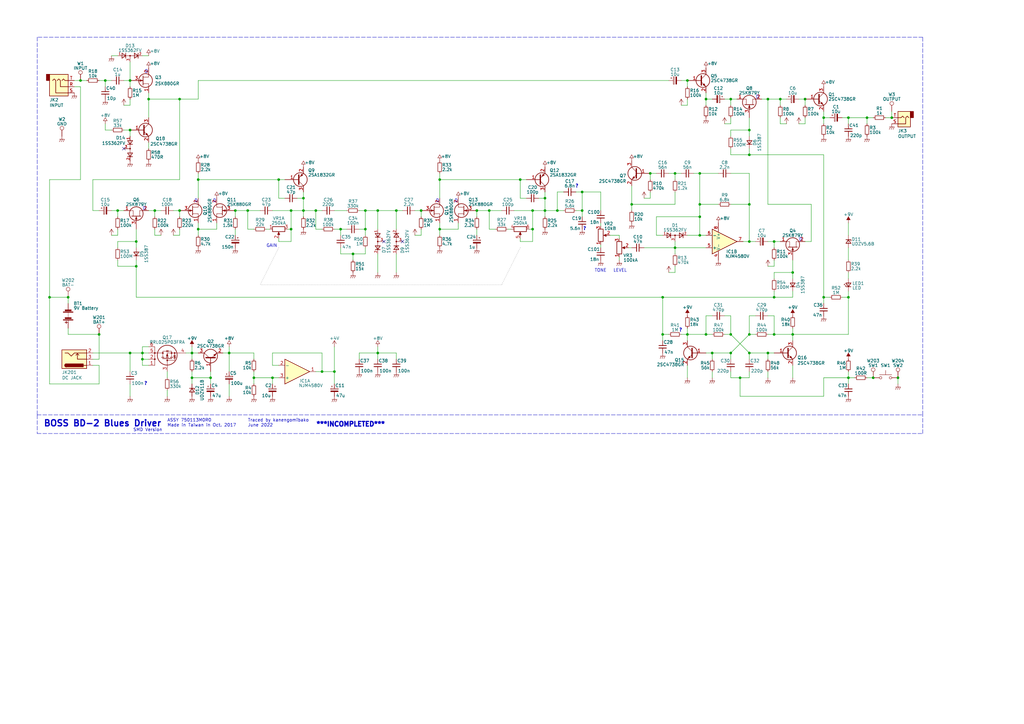
<source format=kicad_sch>
(kicad_sch (version 20211123) (generator eeschema)
  (paper "A3")
  (junction (at 292.1 144.78))
  (junction (at 299.72 137.16))
  (junction (at 162.56 86.36))
  (junction (at 228.6 86.36))
  (junction (at 337.82 48.26))
  (junction (at 48.26 86.36))
  (junction (at 287.02 83.82))
  (junction (at 124.46 86.36))
  (junction (at 81.28 73.66))
  (junction (at 73.66 40.64))
  (junction (at 53.34 33.02))
  (junction (at 223.52 86.36))
  (junction (at 104.14 154.94))
  (junction (at 281.94 137.16))
  (junction (at 172.72 86.36))
  (junction (at 299.72 144.78))
  (junction (at 63.5 86.36))
  (junction (at 58.42 144.78))
  (junction (at 276.86 71.12))
  (junction (at 137.16 152.4))
  (junction (at 307.34 53.34))
  (junction (at 223.52 81.28))
  (junction (at 337.82 121.92))
  (junction (at 303.53 154.94))
  (junction (at 124.46 81.28))
  (junction (at 325.12 111.76))
  (junction (at 287.02 88.9))
  (junction (at 33.02 33.02))
  (junction (at 43.18 33.02))
  (junction (at 276.86 101.6))
  (junction (at 20.32 121.92))
  (junction (at 238.76 86.36))
  (junction (at 299.72 40.64))
  (junction (at 58.42 147.32))
  (junction (at 307.34 99.06))
  (junction (at 119.38 93.98))
  (junction (at 320.04 40.64))
  (junction (at 154.94 86.36))
  (junction (at 317.5 137.16))
  (junction (at 307.34 144.78))
  (junction (at 180.34 93.98))
  (junction (at 86.36 154.94))
  (junction (at 307.34 83.82))
  (junction (at 139.7 93.98))
  (junction (at 365.76 48.26))
  (junction (at 266.7 71.12))
  (junction (at 347.98 48.26))
  (junction (at 281.94 33.02))
  (junction (at 101.6 86.36))
  (junction (at 132.08 152.4))
  (junction (at 27.94 121.92))
  (junction (at 55.88 109.22))
  (junction (at 271.78 121.92))
  (junction (at 53.34 144.78))
  (junction (at 347.98 121.92))
  (junction (at 144.78 104.14))
  (junction (at 330.2 40.64))
  (junction (at 289.56 137.16))
  (junction (at 218.44 86.36))
  (junction (at 114.3 73.66))
  (junction (at 358.14 154.94))
  (junction (at 111.76 154.94))
  (junction (at 73.66 86.36))
  (junction (at 154.94 144.78))
  (junction (at 93.98 144.78))
  (junction (at 218.44 93.98))
  (junction (at 149.86 93.98))
  (junction (at 78.74 144.78))
  (junction (at 287.02 71.12))
  (junction (at 347.98 154.94))
  (junction (at 129.54 86.36))
  (junction (at 213.36 73.66))
  (junction (at 180.34 73.66))
  (junction (at 40.64 137.16))
  (junction (at 287.02 96.52))
  (junction (at 55.88 99.06))
  (junction (at 60.96 40.64))
  (junction (at 53.34 53.34))
  (junction (at 325.12 137.16))
  (junction (at 289.56 40.64))
  (junction (at 81.28 93.98))
  (junction (at 314.96 144.78))
  (junction (at 78.74 154.94))
  (junction (at 307.34 63.5))
  (junction (at 119.38 86.36))
  (junction (at 307.34 137.16))
  (junction (at 200.66 86.36))
  (junction (at 195.58 86.36))
  (junction (at 355.6 48.26))
  (junction (at 259.08 83.82))
  (junction (at 317.5 99.06))
  (junction (at 271.78 137.16))
  (junction (at 317.5 121.92))
  (junction (at 368.3 154.94))
  (junction (at 314.96 40.64))
  (junction (at 149.86 86.36))
  (junction (at 238.76 78.74))
  (junction (at 96.52 86.36))
  (no_connect (at 50.8 60.96))
  (no_connect (at 157.48 99.06))
  (no_connect (at 165.1 99.06))
  (wire (pts (xy 289.56 137.16) (xy 281.94 137.16)))
  (wire (pts (xy 299.72 71.12) (xy 307.34 71.12)))
  (wire (pts (xy 55.88 99.06) (xy 55.88 101.6)))
  (wire (pts (xy 114.3 99.06) (xy 119.38 99.06)))
  (wire (pts (xy 220.98 81.28) (xy 223.52 81.28)))
  (wire (pts (xy 276.86 109.22) (xy 276.86 111.76)))
  (wire (pts (xy 187.96 93.98) (xy 187.96 91.44)))
  (wire (pts (xy 228.6 78.74) (xy 231.14 78.74)))
  (wire (pts (xy 289.56 40.64) (xy 292.1 40.64)))
  (wire (pts (xy 307.34 53.34) (xy 307.34 48.26)))
  (wire (pts (xy 20.32 73.66) (xy 33.02 73.66)))
  (wire (pts (xy 254 96.52) (xy 254 97.79)))
  (wire (pts (xy 307.34 60.96) (xy 307.34 63.5)))
  (wire (pts (xy 195.58 86.36) (xy 200.66 86.36)))
  (wire (pts (xy 292.1 137.16) (xy 289.56 137.16)))
  (wire (pts (xy 114.3 73.66) (xy 116.84 73.66)))
  (wire (pts (xy 60.96 149.86) (xy 58.42 149.86)))
  (wire (pts (xy 317.5 129.54) (xy 317.5 137.16)))
  (wire (pts (xy 93.98 157.48) (xy 93.98 162.56)))
  (wire (pts (xy 78.74 154.94) (xy 78.74 157.48)))
  (wire (pts (xy 297.18 137.16) (xy 299.72 137.16)))
  (wire (pts (xy 68.58 160.02) (xy 68.58 162.56)))
  (wire (pts (xy 60.96 22.86) (xy 58.42 22.86)))
  (wire (pts (xy 53.34 25.4) (xy 53.34 33.02)))
  (wire (pts (xy 368.3 157.48) (xy 368.3 154.94)))
  (wire (pts (xy 73.66 93.98) (xy 73.66 96.52)))
  (wire (pts (xy 340.36 121.92) (xy 337.82 121.92)))
  (wire (pts (xy 299.72 129.54) (xy 297.18 129.54)))
  (wire (pts (xy 139.7 101.6) (xy 139.7 104.14)))
  (wire (pts (xy 297.18 50.8) (xy 299.72 50.8)))
  (wire (pts (xy 246.38 78.74) (xy 246.38 86.36)))
  (wire (pts (xy 170.18 96.52) (xy 172.72 96.52)))
  (wire (pts (xy 284.48 71.12) (xy 287.02 71.12)))
  (wire (pts (xy 81.28 33.02) (xy 274.32 33.02)))
  (wire (pts (xy 287.02 83.82) (xy 287.02 88.9)))
  (wire (pts (xy 337.82 162.56) (xy 337.82 154.94)))
  (wire (pts (xy 30.48 35.56) (xy 33.02 35.56)))
  (wire (pts (xy 287.02 71.12) (xy 287.02 83.82)))
  (wire (pts (xy 299.72 53.34) (xy 307.34 53.34)))
  (wire (pts (xy 299.72 40.64) (xy 302.26 40.64)))
  (wire (pts (xy 355.6 48.26) (xy 358.14 48.26)))
  (wire (pts (xy 162.56 144.78) (xy 154.94 144.78)))
  (wire (pts (xy 289.56 40.64) (xy 289.56 43.18)))
  (wire (pts (xy 121.92 81.28) (xy 124.46 81.28)))
  (wire (pts (xy 257.81 101.6) (xy 259.08 101.6)))
  (wire (pts (xy 86.36 154.94) (xy 86.36 157.48)))
  (wire (pts (xy 58.42 142.24) (xy 58.42 144.78)))
  (wire (pts (xy 53.34 157.48) (xy 53.34 162.56)))
  (wire (pts (xy 162.56 86.36) (xy 162.56 93.98)))
  (wire (pts (xy 96.52 86.36) (xy 101.6 86.36)))
  (wire (pts (xy 238.76 78.74) (xy 246.38 78.74)))
  (wire (pts (xy 307.34 53.34) (xy 307.34 55.88)))
  (wire (pts (xy 363.22 48.26) (xy 365.76 48.26)))
  (wire (pts (xy 78.74 144.78) (xy 81.28 144.78)))
  (wire (pts (xy 48.26 101.6) (xy 48.26 99.06)))
  (wire (pts (xy 266.7 71.12) (xy 269.24 71.12)))
  (wire (pts (xy 124.46 81.28) (xy 124.46 86.36)))
  (wire (pts (xy 347.98 91.44) (xy 347.98 96.52)))
  (wire (pts (xy 289.56 38.1) (xy 289.56 40.64)))
  (wire (pts (xy 195.58 86.36) (xy 195.58 88.9)))
  (wire (pts (xy 246.38 100.33) (xy 246.38 101.6)))
  (wire (pts (xy 299.72 60.96) (xy 299.72 63.5)))
  (wire (pts (xy 58.42 144.78) (xy 60.96 144.78)))
  (wire (pts (xy 30.48 33.02) (xy 33.02 33.02)))
  (wire (pts (xy 200.66 86.36) (xy 205.74 86.36)))
  (polyline (pts (xy 378.46 170.18) (xy 378.46 15.24)))
  (wire (pts (xy 274.32 111.76) (xy 276.86 111.76)))
  (wire (pts (xy 266.7 71.12) (xy 266.7 73.66)))
  (wire (pts (xy 20.32 121.92) (xy 27.94 121.92)))
  (wire (pts (xy 238.76 86.36) (xy 238.76 88.9)))
  (wire (pts (xy 111.76 149.86) (xy 111.76 144.78)))
  (wire (pts (xy 299.72 137.16) (xy 299.72 129.54)))
  (wire (pts (xy 292.1 147.32) (xy 292.1 144.78)))
  (wire (pts (xy 271.78 139.7) (xy 271.78 137.16)))
  (wire (pts (xy 299.72 83.82) (xy 307.34 83.82)))
  (wire (pts (xy 55.88 93.98) (xy 55.88 99.06)))
  (wire (pts (xy 38.1 86.36) (xy 40.64 86.36)))
  (wire (pts (xy 259.08 83.82) (xy 259.08 86.36)))
  (wire (pts (xy 287.02 96.52) (xy 289.56 96.52)))
  (wire (pts (xy 68.58 152.4) (xy 68.58 154.94)))
  (polyline (pts (xy 378.46 15.24) (xy 15.24 15.24)))
  (wire (pts (xy 154.94 144.78) (xy 147.32 144.78)))
  (wire (pts (xy 299.72 55.88) (xy 299.72 53.34)))
  (wire (pts (xy 88.9 93.98) (xy 88.9 91.44)))
  (wire (pts (xy 320.04 43.18) (xy 320.04 40.64)))
  (wire (pts (xy 81.28 91.44) (xy 81.28 93.98)))
  (wire (pts (xy 73.66 73.66) (xy 38.1 73.66)))
  (wire (pts (xy 48.26 106.68) (xy 48.26 109.22)))
  (wire (pts (xy 147.32 86.36) (xy 149.86 86.36)))
  (wire (pts (xy 38.1 144.78) (xy 53.34 144.78)))
  (wire (pts (xy 307.34 71.12) (xy 307.34 83.82)))
  (wire (pts (xy 358.14 154.94) (xy 355.6 154.94)))
  (wire (pts (xy 101.6 86.36) (xy 101.6 93.98)))
  (wire (pts (xy 320.04 40.64) (xy 322.58 40.64)))
  (wire (pts (xy 213.36 99.06) (xy 218.44 99.06)))
  (wire (pts (xy 337.82 48.26) (xy 337.82 50.8)))
  (wire (pts (xy 180.34 93.98) (xy 187.96 93.98)))
  (wire (pts (xy 264.16 81.28) (xy 266.7 81.28)))
  (wire (pts (xy 287.02 96.52) (xy 281.94 96.52)))
  (wire (pts (xy 238.76 78.74) (xy 238.76 86.36)))
  (wire (pts (xy 91.44 144.78) (xy 93.98 144.78)))
  (wire (pts (xy 162.56 147.32) (xy 162.56 144.78)))
  (wire (pts (xy 213.36 73.66) (xy 213.36 81.28)))
  (wire (pts (xy 162.56 104.14) (xy 162.56 111.76)))
  (wire (pts (xy 147.32 147.32) (xy 147.32 144.78)))
  (wire (pts (xy 330.2 99.06) (xy 332.74 99.06)))
  (wire (pts (xy 254 105.41) (xy 254 106.68)))
  (wire (pts (xy 347.98 101.6) (xy 347.98 106.68)))
  (wire (pts (xy 48.26 86.36) (xy 50.8 86.36)))
  (wire (pts (xy 137.16 152.4) (xy 137.16 157.48)))
  (wire (pts (xy 144.78 104.14) (xy 149.86 104.14)))
  (wire (pts (xy 40.64 137.16) (xy 40.64 147.32)))
  (wire (pts (xy 314.96 40.64) (xy 320.04 40.64)))
  (wire (pts (xy 281.94 149.86) (xy 281.94 154.94)))
  (wire (pts (xy 81.28 71.12) (xy 81.28 73.66)))
  (wire (pts (xy 271.78 137.16) (xy 274.32 137.16)))
  (wire (pts (xy 309.88 137.16) (xy 307.34 137.16)))
  (wire (pts (xy 314.96 83.82) (xy 332.74 83.82)))
  (wire (pts (xy 132.08 86.36) (xy 129.54 86.36)))
  (wire (pts (xy 53.34 144.78) (xy 53.34 152.4)))
  (wire (pts (xy 43.18 53.34) (xy 45.72 53.34)))
  (polyline (pts (xy 15.24 170.18) (xy 378.46 170.18)))
  (wire (pts (xy 345.44 48.26) (xy 347.98 48.26)))
  (wire (pts (xy 119.38 86.36) (xy 124.46 86.36)))
  (wire (pts (xy 124.46 78.74) (xy 124.46 81.28)))
  (wire (pts (xy 172.72 93.98) (xy 172.72 96.52)))
  (wire (pts (xy 271.78 137.16) (xy 271.78 121.92)))
  (wire (pts (xy 217.17 93.98) (xy 218.44 93.98)))
  (wire (pts (xy 304.8 99.06) (xy 307.34 99.06)))
  (wire (pts (xy 299.72 144.78) (xy 299.72 147.32)))
  (polyline (pts (xy 205.74 116.84) (xy 106.68 116.84)) (stroke (width 0) (type dot) (color 72 72 72 1)))
  (wire (pts (xy 66.04 96.52) (xy 63.5 96.52)))
  (wire (pts (xy 314.96 109.22) (xy 317.5 109.22)))
  (wire (pts (xy 86.36 152.4) (xy 86.36 154.94)))
  (wire (pts (xy 81.28 93.98) (xy 88.9 93.98)))
  (wire (pts (xy 287.02 88.9) (xy 287.02 96.52)))
  (wire (pts (xy 149.86 86.36) (xy 149.86 93.98)))
  (wire (pts (xy 208.28 93.98) (xy 209.55 93.98)))
  (wire (pts (xy 327.66 50.8) (xy 330.2 50.8)))
  (wire (pts (xy 337.82 48.26) (xy 340.36 48.26)))
  (wire (pts (xy 307.34 63.5) (xy 337.82 63.5)))
  (wire (pts (xy 228.6 86.36) (xy 231.14 86.36)))
  (wire (pts (xy 139.7 104.14) (xy 144.78 104.14)))
  (wire (pts (xy 60.96 86.36) (xy 63.5 86.36)))
  (wire (pts (xy 347.98 154.94) (xy 347.98 152.4)))
  (wire (pts (xy 317.5 137.16) (xy 325.12 137.16)))
  (wire (pts (xy 223.52 81.28) (xy 223.52 86.36)))
  (wire (pts (xy 55.88 109.22) (xy 55.88 106.68)))
  (wire (pts (xy 325.12 111.76) (xy 325.12 106.68)))
  (wire (pts (xy 139.7 93.98) (xy 142.24 93.98)))
  (wire (pts (xy 299.72 137.16) (xy 307.34 144.78)))
  (wire (pts (xy 347.98 154.94) (xy 347.98 157.48)))
  (wire (pts (xy 271.78 121.92) (xy 55.88 121.92)))
  (wire (pts (xy 48.26 109.22) (xy 55.88 109.22)))
  (wire (pts (xy 292.1 144.78) (xy 299.72 144.78)))
  (wire (pts (xy 71.12 86.36) (xy 73.66 86.36)))
  (wire (pts (xy 118.11 93.98) (xy 119.38 93.98)))
  (wire (pts (xy 20.32 121.92) (xy 20.32 157.48)))
  (wire (pts (xy 76.2 144.78) (xy 78.74 144.78)))
  (wire (pts (xy 213.36 73.66) (xy 215.9 73.66)))
  (wire (pts (xy 303.53 154.94) (xy 307.34 154.94)))
  (wire (pts (xy 139.7 93.98) (xy 139.7 96.52)))
  (wire (pts (xy 347.98 121.92) (xy 345.44 121.92)))
  (wire (pts (xy 218.44 86.36) (xy 223.52 86.36)))
  (wire (pts (xy 63.5 93.98) (xy 63.5 96.52)))
  (wire (pts (xy 124.46 86.36) (xy 124.46 88.9)))
  (wire (pts (xy 93.98 142.24) (xy 93.98 144.78)))
  (wire (pts (xy 314.96 99.06) (xy 317.5 99.06)))
  (wire (pts (xy 317.5 106.68) (xy 317.5 109.22)))
  (wire (pts (xy 111.76 86.36) (xy 119.38 86.36)))
  (wire (pts (xy 137.16 86.36) (xy 142.24 86.36)))
  (wire (pts (xy 50.8 53.34) (xy 53.34 53.34)))
  (wire (pts (xy 347.98 48.26) (xy 355.6 48.26)))
  (wire (pts (xy 172.72 86.36) (xy 172.72 88.9)))
  (wire (pts (xy 325.12 137.16) (xy 347.98 137.16)))
  (wire (pts (xy 48.26 88.9) (xy 48.26 86.36)))
  (wire (pts (xy 307.34 137.16) (xy 307.34 129.54)))
  (wire (pts (xy 276.86 71.12) (xy 279.4 71.12)))
  (wire (pts (xy 276.86 99.06) (xy 276.86 101.6)))
  (wire (pts (xy 71.12 96.52) (xy 73.66 96.52)))
  (wire (pts (xy 58.42 147.32) (xy 58.42 149.86)))
  (wire (pts (xy 48.26 93.98) (xy 48.26 96.52)))
  (wire (pts (xy 45.72 96.52) (xy 48.26 96.52)))
  (wire (pts (xy 269.24 88.9) (xy 287.02 88.9)))
  (wire (pts (xy 274.32 71.12) (xy 276.86 71.12)))
  (wire (pts (xy 60.96 40.64) (xy 73.66 40.64)))
  (wire (pts (xy 124.46 86.36) (xy 129.54 86.36)))
  (wire (pts (xy 223.52 78.74) (xy 223.52 81.28)))
  (wire (pts (xy 317.5 101.6) (xy 317.5 99.06)))
  (wire (pts (xy 294.64 83.82) (xy 287.02 83.82)))
  (wire (pts (xy 137.16 142.24) (xy 137.16 152.4)))
  (wire (pts (xy 43.18 33.02) (xy 43.18 35.56)))
  (wire (pts (xy 40.64 149.86) (xy 40.64 157.48)))
  (wire (pts (xy 53.34 144.78) (xy 58.42 144.78)))
  (wire (pts (xy 33.02 33.02) (xy 35.56 33.02)))
  (wire (pts (xy 287.02 71.12) (xy 294.64 71.12)))
  (wire (pts (xy 104.14 147.32) (xy 104.14 144.78)))
  (wire (pts (xy 314.96 154.94) (xy 314.96 152.4)))
  (wire (pts (xy 27.94 137.16) (xy 40.64 137.16)))
  (wire (pts (xy 314.96 147.32) (xy 314.96 144.78)))
  (wire (pts (xy 132.08 152.4) (xy 137.16 152.4)))
  (wire (pts (xy 78.74 144.78) (xy 78.74 147.32)))
  (wire (pts (xy 276.86 101.6) (xy 289.56 101.6)))
  (wire (pts (xy 96.52 86.36) (xy 96.52 88.9)))
  (wire (pts (xy 58.42 144.78) (xy 58.42 147.32)))
  (wire (pts (xy 104.14 93.98) (xy 101.6 93.98)))
  (wire (pts (xy 269.24 88.9) (xy 269.24 96.52)))
  (wire (pts (xy 78.74 142.24) (xy 78.74 144.78)))
  (wire (pts (xy 60.96 38.1) (xy 60.96 40.64)))
  (wire (pts (xy 104.14 157.48) (xy 104.14 154.94)))
  (wire (pts (xy 314.96 129.54) (xy 317.5 129.54)))
  (wire (pts (xy 365.76 45.72) (xy 365.76 48.26)))
  (wire (pts (xy 236.22 86.36) (xy 238.76 86.36)))
  (wire (pts (xy 325.12 137.16) (xy 325.12 139.7)))
  (wire (pts (xy 297.18 40.64) (xy 299.72 40.64)))
  (wire (pts (xy 347.98 119.38) (xy 347.98 121.92)))
  (wire (pts (xy 200.66 86.36) (xy 200.66 93.98)))
  (wire (pts (xy 180.34 71.12) (xy 180.34 73.66)))
  (wire (pts (xy 332.74 83.82) (xy 332.74 99.06)))
  (wire (pts (xy 149.86 86.36) (xy 154.94 86.36)))
  (wire (pts (xy 162.56 86.36) (xy 165.1 86.36)))
  (wire (pts (xy 96.52 93.98) (xy 96.52 96.52)))
  (wire (pts (xy 114.3 154.94) (xy 111.76 154.94)))
  (wire (pts (xy 50.8 43.18) (xy 53.34 43.18)))
  (wire (pts (xy 81.28 73.66) (xy 81.28 81.28)))
  (wire (pts (xy 307.34 99.06) (xy 309.88 99.06)))
  (wire (pts (xy 317.5 119.38) (xy 317.5 121.92)))
  (wire (pts (xy 299.72 48.26) (xy 299.72 50.8)))
  (wire (pts (xy 250.19 96.52) (xy 254 96.52)))
  (wire (pts (xy 337.82 45.72) (xy 337.82 48.26)))
  (wire (pts (xy 317.5 111.76) (xy 325.12 111.76)))
  (wire (pts (xy 350.52 154.94) (xy 347.98 154.94)))
  (wire (pts (xy 307.34 137.16) (xy 299.72 144.78)))
  (wire (pts (xy 325.12 137.16) (xy 325.12 134.62)))
  (wire (pts (xy 40.64 33.02) (xy 43.18 33.02)))
  (wire (pts (xy 314.96 137.16) (xy 317.5 137.16)))
  (wire (pts (xy 154.94 142.24) (xy 154.94 144.78)))
  (wire (pts (xy 180.34 93.98) (xy 180.34 96.52)))
  (wire (pts (xy 337.82 154.94) (xy 347.98 154.94)))
  (wire (pts (xy 132.08 152.4) (xy 129.54 152.4)))
  (wire (pts (xy 281.94 33.02) (xy 281.94 35.56)))
  (wire (pts (xy 292.1 129.54) (xy 289.56 129.54)))
  (wire (pts (xy 307.34 83.82) (xy 307.34 99.06)))
  (wire (pts (xy 307.34 144.78) (xy 307.34 147.32)))
  (wire (pts (xy 303.53 154.94) (xy 303.53 162.56)))
  (wire (pts (xy 60.96 147.32) (xy 58.42 147.32)))
  (wire (pts (xy 289.56 129.54) (xy 289.56 137.16)))
  (wire (pts (xy 307.34 129.54) (xy 309.88 129.54)))
  (wire (pts (xy 27.94 134.62) (xy 27.94 137.16)))
  (wire (pts (xy 109.22 93.98) (xy 110.49 93.98)))
  (wire (pts (xy 325.12 149.86) (xy 325.12 154.94)))
  (wire (pts (xy 337.82 63.5) (xy 337.82 121.92)))
  (wire (pts (xy 114.3 149.86) (xy 111.76 149.86)))
  (wire (pts (xy 299.72 154.94) (xy 303.53 154.94)))
  (wire (pts (xy 279.4 33.02) (xy 281.94 33.02)))
  (wire (pts (xy 213.36 97.79) (xy 213.36 99.06)))
  (wire (pts (xy 119.38 86.36) (xy 119.38 93.98)))
  (wire (pts (xy 215.9 81.28) (xy 213.36 81.28)))
  (wire (pts (xy 281.94 137.16) (xy 281.94 134.62)))
  (wire (pts (xy 180.34 73.66) (xy 180.34 81.28)))
  (wire (pts (xy 180.34 91.44) (xy 180.34 93.98)))
  (wire (pts (xy 325.12 119.38) (xy 325.12 121.92)))
  (wire (pts (xy 264.16 101.6) (xy 276.86 101.6)))
  (wire (pts (xy 104.14 154.94) (xy 104.14 152.4)))
  (wire (pts (xy 154.94 86.36) (xy 162.56 86.36)))
  (wire (pts (xy 154.94 104.14) (xy 154.94 111.76)))
  (wire (pts (xy 38.1 73.66) (xy 38.1 86.36)))
  (wire (pts (xy 317.5 121.92) (xy 271.78 121.92)))
  (wire (pts (xy 327.66 40.64) (xy 330.2 40.64)))
  (wire (pts (xy 111.76 154.94) (xy 111.76 157.48)))
  (wire (pts (xy 299.72 63.5) (xy 307.34 63.5)))
  (wire (pts (xy 114.3 97.79) (xy 114.3 99.06)))
  (wire (pts (xy 355.6 48.26) (xy 355.6 50.8)))
  (polyline (pts (xy 114.3 101.6) (xy 106.68 116.84)) (stroke (width 0) (type dot) (color 72 72 72 1)))
  (wire (pts (xy 101.6 86.36) (xy 106.68 86.36)))
  (wire (pts (xy 292.1 154.94) (xy 292.1 152.4)))
  (wire (pts (xy 154.94 144.78) (xy 154.94 147.32)))
  (wire (pts (xy 236.22 78.74) (xy 238.76 78.74)))
  (wire (pts (xy 33.02 35.56) (xy 33.02 73.66)))
  (wire (pts (xy 210.82 86.36) (xy 218.44 86.36)))
  (wire (pts (xy 129.54 86.36) (xy 129.54 93.98)))
  (wire (pts (xy 20.32 73.66) (xy 20.32 121.92)))
  (wire (pts (xy 60.96 40.64) (xy 60.96 48.26)))
  (wire (pts (xy 299.72 43.18) (xy 299.72 40.64)))
  (wire (pts (xy 314.96 144.78) (xy 317.5 144.78)))
  (wire (pts (xy 317.5 99.06) (xy 320.04 99.06)))
  (wire (pts (xy 119.38 99.06) (xy 119.38 93.98)))
  (wire (pts (xy 223.52 86.36) (xy 228.6 86.36)))
  (wire (pts (xy 330.2 48.26) (xy 330.2 50.8)))
  (wire (pts (xy 281.94 40.64) (xy 281.94 43.18)))
  (wire (pts (xy 55.88 109.22) (xy 55.88 121.92)))
  (polyline (pts (xy 378.46 177.8) (xy 378.46 170.18)))
  (wire (pts (xy 325.12 121.92) (xy 317.5 121.92)))
  (wire (pts (xy 81.28 93.98) (xy 81.28 96.52)))
  (wire (pts (xy 38.1 147.32) (xy 40.64 147.32)))
  (wire (pts (xy 81.28 73.66) (xy 114.3 73.66)))
  (wire (pts (xy 48.26 99.06) (xy 55.88 99.06)))
  (wire (pts (xy 337.82 121.92) (xy 337.82 124.46)))
  (wire (pts (xy 314.96 40.64) (xy 314.96 83.82)))
  (wire (pts (xy 81.28 40.64) (xy 73.66 40.64)))
  (wire (pts (xy 81.28 33.02) (xy 81.28 40.64)))
  (wire (pts (xy 78.74 152.4) (xy 78.74 154.94)))
  (wire (pts (xy 154.94 86.36) (xy 154.94 93.98)))
  (wire (pts (xy 292.1 144.78) (xy 289.56 144.78)))
  (wire (pts (xy 279.4 137.16) (xy 281.94 137.16)))
  (wire (pts (xy 111.76 144.78) (xy 132.08 144.78)))
  (wire (pts (xy 271.78 96.52) (xy 269.24 96.52)))
  (polyline (pts (xy 15.24 15.24) (xy 15.24 170.18)))
  (wire (pts (xy 45.72 22.86) (xy 48.26 22.86)))
  (wire (pts (xy 195.58 93.98) (xy 195.58 96.52)))
  (wire (pts (xy 259.08 76.2) (xy 259.08 83.82)))
  (wire (pts (xy 53.34 33.02) (xy 53.34 35.56)))
  (wire (pts (xy 330.2 40.64) (xy 330.2 43.18)))
  (wire (pts (xy 266.7 78.74) (xy 266.7 81.28)))
  (wire (pts (xy 322.58 50.8) (xy 320.04 50.8)))
  (wire (pts (xy 114.3 81.28) (xy 114.3 73.66)))
  (wire (pts (xy 149.86 96.52) (xy 149.86 93.98)))
  (wire (pts (xy 281.94 137.16) (xy 281.94 139.7)))
  (polyline (pts (xy 213.36 101.6) (xy 205.74 116.84)) (stroke (width 0) (type dot) (color 72 72 72 1)))
  (wire (pts (xy 218.44 99.06) (xy 218.44 93.98)))
  (wire (pts (xy 60.96 142.24) (xy 58.42 142.24)))
  (wire (pts (xy 73.66 86.36) (xy 73.66 88.9)))
  (wire (pts (xy 63.5 86.36) (xy 66.04 86.36)))
  (wire (pts (xy 73.66 40.64) (xy 73.66 73.66)))
  (wire (pts (xy 53.34 53.34) (xy 53.34 55.88)))
  (wire (pts (xy 203.2 93.98) (xy 200.66 93.98)))
  (wire (pts (xy 218.44 86.36) (xy 218.44 93.98)))
  (wire (pts (xy 137.16 93.98) (xy 139.7 93.98)))
  (wire (pts (xy 276.86 101.6) (xy 276.86 104.14)))
  (polyline (pts (xy 15.24 170.18) (xy 15.24 177.8)))
  (wire (pts (xy 50.8 33.02) (xy 53.34 33.02)))
  (wire (pts (xy 20.32 157.48) (xy 40.64 157.48)))
  (wire (pts (xy 317.5 114.3) (xy 317.5 111.76)))
  (wire (pts (xy 147.32 93.98) (xy 149.86 93.98)))
  (wire (pts (xy 307.34 152.4) (xy 307.34 154.94)))
  (wire (pts (xy 223.52 86.36) (xy 223.52 88.9)))
  (wire (pts (xy 149.86 101.6) (xy 149.86 104.14)))
  (wire (pts (xy 320.04 48.26) (xy 320.04 50.8)))
  (wire (pts (xy 132.08 144.78) (xy 132.08 152.4)))
  (wire (pts (xy 228.6 78.74) (xy 228.6 86.36)))
  (wire (pts (xy 347.98 121.92) (xy 347.98 137.16)))
  (wire (pts (xy 276.86 78.74) (xy 276.86 83.82)))
  (wire (pts (xy 63.5 88.9) (xy 63.5 86.36)))
  (wire (pts (xy 299.72 152.4) (xy 299.72 154.94)))
  (wire (pts (xy 43.18 33.02) (xy 45.72 33.02)))
  (wire (pts (xy 303.53 162.56) (xy 337.82 162.56)))
  (wire (pts (xy 38.1 149.86) (xy 40.64 149.86)))
  (wire (pts (xy 60.96 58.42) (xy 60.96 60.96)))
  (wire (pts (xy 312.42 40.64) (xy 314.96 40.64)))
  (wire (pts (xy 279.4 43.18) (xy 281.94 43.18)))
  (wire (pts (xy 314.96 144.78) (xy 307.34 144.78)))
  (wire (pts (xy 170.18 86.36) (xy 172.72 86.36)))
  (wire (pts (xy 93.98 144.78) (xy 104.14 144.78)))
  (polyline (pts (xy 15.24 177.8) (xy 378.46 177.8)))
  (wire (pts (xy 347.98 48.26) (xy 347.98 50.8)))
  (wire (pts (xy 259.08 83.82) (xy 276.86 83.82)))
  (wire (pts (xy 111.76 154.94) (xy 104.14 154.94)))
  (wire (pts (xy 325.12 111.76) (xy 325.12 114.3)))
  (wire (pts (xy 53.34 40.64) (xy 53.34 43.18)))
  (wire (pts (xy 180.34 73.66) (xy 213.36 73.66)))
  (wire (pts (xy 93.98 144.78) (xy 93.98 152.4)))
  (wire (pts (xy 116.84 81.28) (xy 114.3 81.28)))
  (wire (pts (xy 276.86 71.12) (xy 276.86 73.66)))
  (wire (pts (xy 347.98 111.76) (xy 347.98 114.3)))
  (wire (pts (xy 78.74 154.94) (xy 86.36 154.94)))
  (wire (pts (xy 144.78 104.14) (xy 144.78 106.68)))
  (wire (pts (xy 43.18 50.8) (xy 43.18 53.34)))
  (wire (pts (xy 129.54 93.98) (xy 132.08 93.98)))
  (wire (pts (xy 45.72 86.36) (xy 48.26 86.36)))
  (wire (pts (xy 27.94 121.92) (xy 27.94 124.46)))
  (wire (pts (xy 246.38 91.44) (xy 246.38 92.71)))
  (text "D" (at 309.88 40.64 0) (effects (font (size 1.27 1.27)) (justify left bottom)))
  (text "***INCOMPLETED***" (at 129.54 175.26 0) (effects (font (size 1.905 1.905) (thickness 0.508) bold) (justify left bottom)))
  (text "D" (at 327.66 99.06 0) (effects (font (size 1.27 1.27)) (justify left bottom)))
  (text "D" (at 79.6925 83.185 0) (effects (font (size 1.27 1.27)) (justify left bottom)))
  (text "D" (at 58.42 86.36 0) (effects (font (size 1.27 1.27)) (justify left bottom)))
  (text "D" (at 87.3125 83.185 0) (effects (font (size 1.27 1.27)) (justify left bottom)))
  (text "BOSS BD-2 Blues Driver" (at 17.78 175.26 0) (effects (font (size 2.54 2.54) (thickness 0.508) bold) (justify left bottom)))
  (text "?" (at 239.0775 94.615 0) (effects (font (size 1.27 1.27) (thickness 0.254) bold) (justify left bottom)))
  (text "?" (at 59.055 158.115 0) (effects (font (size 1.27 1.27) (thickness 0.254) bold) (justify left bottom)))
  (text "GAIN" (at 109.22 101.6 0) (effects (font (size 1.27 1.27)) (justify left bottom)))
  (text "?" (at 278.4475 136.2075 0) (effects (font (size 1.27 1.27) (thickness 0.254) bold) (justify left bottom)))
  (text "D" (at 59.3725 30.1625 0) (effects (font (size 1.27 1.27)) (justify left bottom)))
  (text "ASSY 750113M0R0\nMade in Taiwan in Oct. 2017" (at 68.58 175.26 0) (effects (font (size 1.27 1.27)) (justify left bottom)))
  (text "D" (at 186.3725 83.185 0) (effects (font (size 1.27 1.27)) (justify left bottom)))
  (text "TONE   LEVEL" (at 243.84 111.76 0) (effects (font (size 1.27 1.27)) (justify left bottom)))
  (text "Traced by kanengomibako\nJune 2022" (at 101.6 175.26 0) (effects (font (size 1.27 1.27)) (justify left bottom)))
  (text "?" (at 235.9025 77.1525 0) (effects (font (size 1.27 1.27) (thickness 0.254) bold) (justify left bottom)))
  (text "SMD Version" (at 54.61 177.165 0) (effects (font (size 1.27 1.27)) (justify left bottom)))
  (text "D" (at 178.7525 83.185 0) (effects (font (size 1.27 1.27)) (justify left bottom)))
  (symbol (lib_name "GND_2") (lib_id "power:GND") (at 271.78 144.78 0) (unit 1)
    (property "Reference" "#PWR049" (effects hide))
    (property "Value" "GND" (effects hide))
  )
  (symbol (lib_id "power:+8V") (at 294.64 91.44 0) (unit 1)
    (property "Reference" "#PWR057" (effects hide))
    (property "Value" "+8V" (at 297.18 89.535 0))
  )
  (symbol (lib_id "Device:C_Small") (at 162.56 149.86 0) (unit 1)
    (property "Reference" "C39" (at 162.8775 147.955 0) (effects (justify left)))
    (property "Value" "100n" (at 163.195 152.0825 0) (effects (justify left)))
    (property "Footprint" "myFoot:my_C_1608(0603)_HandSoldering" (effects hide))
  )
  (symbol (lib_id "Amplifier_Operational:NJM4580") (at 297.18 99.06 0) (mirror x) (unit 2)
    (property "Reference" "IC1" (at 297.815 103.1875 0) (effects (justify left)))
    (property "Value" "NJM4580V" (at 297.4975 105.0925 0) (effects (justify left)))
  )
  (symbol (lib_id "Device:R_Small") (at 149.86 99.06 0) (mirror y) (unit 1)
    (property "Reference" "R50" (at 148.9075 98.1075 0) (effects (justify left)))
    (property "Value" "1M" (at 148.9075 100.0125 0) (effects (justify left)))
  )
  (symbol (lib_name "GND_2") (lib_id "power:GND") (at 25.4 55.88 0) (unit 1)
    (property "Reference" "#PWR01" (effects hide))
    (property "Value" "GND" (effects hide))
  )
  (symbol (lib_id "power:+4V") (at 170.18 96.52 0) (unit 1)
    (property "Reference" "#PWR036" (effects hide))
    (property "Value" "+4V" (effects hide))
  )
  (symbol (lib_id "power:+8V") (at 43.18 50.8 0) (unit 1)
    (property "Reference" "#PWR?" (effects hide))
    (property "Value" "+8V" (at 43.18 47.3075 0))
  )
  (symbol (lib_name "GND_2") (lib_id "power:GND") (at 347.98 162.56 0) (unit 1)
    (property "Reference" "#PWR072" (effects hide))
    (property "Value" "GND" (effects hide))
  )
  (symbol (lib_name "D_Small_dual_series_3") (lib_id "myLib:D_Small_dual_series") (at 276.86 96.52 180) (unit 1)
    (property "Reference" "D1" (at 276.86 92.3925 0))
    (property "Value" "1SS362FV" (at 276.86 94.2975 0))
  )
  (symbol (lib_id "Device:R_Small") (at 48.26 53.34 90) (unit 1)
    (property "Reference" "R57" (at 48.26 49.53 90))
    (property "Value" "33k" (at 48.26 51.435 90))
  )
  (symbol (lib_id "Device:R_Small") (at 144.78 109.22 0) (unit 1)
    (property "Reference" "R51" (at 145.7325 108.2675 0) (effects (justify left)))
    (property "Value" "15k" (at 145.7325 110.1725 0) (effects (justify left)))
  )
  (symbol (lib_id "Device:C_Small") (at 281.94 71.12 270) (unit 1)
    (property "Reference" "C9" (at 281.94 66.675 90))
    (property "Value" "56n" (at 281.94 68.58 90))
    (property "Footprint" "myFoot:my_C_1608(0603)_HandSoldering" (effects hide))
  )
  (symbol (lib_name "GND_2") (lib_id "power:GND") (at 355.6 55.88 0) (unit 1)
    (property "Reference" "#PWR073" (effects hide))
    (property "Value" "GND" (effects hide))
  )
  (symbol (lib_id "Device:R_Small") (at 276.86 137.16 90) (unit 1)
    (property "Reference" "R41" (at 276.86 133.35 90))
    (property "Value" "1M" (at 276.86 135.255 90))
  )
  (symbol (lib_name "GND_2") (lib_id "power:GND") (at 53.34 162.56 0) (unit 1)
    (property "Reference" "#PWR08" (effects hide))
    (property "Value" "GND" (effects hide))
  )
  (symbol (lib_id "Device:R_Small") (at 347.98 109.22 0) (unit 1)
    (property "Reference" "R39" (at 348.9325 108.2675 0) (effects (justify left)))
    (property "Value" "2.2k" (at 348.9325 110.1725 0) (effects (justify left)))
  )
  (symbol (lib_id "power:+8V") (at 180.34 66.04 0) (unit 1)
    (property "Reference" "#PWR037" (effects hide))
    (property "Value" "+8V" (at 182.88 64.135 0))
  )
  (symbol (lib_id "Device:R_Small") (at 294.64 137.16 90) (unit 1)
    (property "Reference" "R47" (at 294.64 133.35 90))
    (property "Value" "100k" (at 294.64 135.255 90))
  )
  (symbol (lib_id "Device:R_Small") (at 299.72 45.72 0) (unit 1)
    (property "Reference" "R14" (at 300.6725 44.7675 0) (effects (justify left)))
    (property "Value" "100k" (at 300.6725 46.6725 0) (effects (justify left)))
  )
  (symbol (lib_name "GND_2") (lib_id "power:GND") (at 223.52 93.98 0) (unit 1)
    (property "Reference" "#PWR042" (effects hide))
    (property "Value" "GND" (effects hide))
  )
  (symbol (lib_id "power:+8V") (at 124.46 68.58 0) (unit 1)
    (property "Reference" "#PWR025" (effects hide))
    (property "Value" "+8V" (at 127 66.675 0))
  )
  (symbol (lib_id "Device:C_Small") (at 109.22 86.36 270) (unit 1)
    (property "Reference" "C23" (at 109.22 81.915 90))
    (property "Value" "47p" (at 109.22 83.82 90))
    (property "Footprint" "myFoot:my_C_1608(0603)_HandSoldering" (effects hide))
  )
  (symbol (lib_name "GND_2") (lib_id "power:GND") (at 368.3 157.48 0) (unit 1)
    (property "Reference" "#PWR075" (effects hide))
    (property "Value" "GND" (effects hide))
  )
  (symbol (lib_id "Device:Q_NJFET_SDG") (at 78.74 86.36 0) (unit 1)
    (property "Reference" "Q10" (at 84.1375 86.36 90))
    (property "Value" "2SK880GR" (at 86.0425 86.36 90))
  )
  (symbol (lib_id "Device:Battery") (at 27.94 129.54 180) (unit 1)
    (property "Reference" "BT1" (at 30.1625 124.46 0) (effects (justify right)))
    (property "Value" "9V Battery" (at 30.1625 126.365 0) (effects (justify right)))
  )
  (symbol (lib_id "Device:Q_NPN_BEC") (at 284.48 144.78 0) (mirror y) (unit 1)
    (property "Reference" "Q15" (at 280.67 147.6375 0) (effects (justify left)))
    (property "Value" "2SC4738GR" (at 280.67 149.5425 0) (effects (justify left)))
  )
  (symbol (lib_id "Device:R_Small") (at 320.04 45.72 0) (unit 1)
    (property "Reference" "R8" (at 320.9925 44.7675 0) (effects (justify left)))
    (property "Value" "100k" (at 320.9925 46.6725 0) (effects (justify left)))
  )
  (symbol (lib_id "Device:R_Small") (at 104.14 160.02 0) (mirror y) (unit 1)
    (property "Reference" "R4" (at 103.1875 159.0675 0) (effects (justify left)))
    (property "Value" "10k" (at 103.1875 160.9725 0) (effects (justify left)))
  )
  (symbol (lib_id "power:+4V") (at 45.72 96.52 0) (unit 1)
    (property "Reference" "#PWR04" (effects hide))
    (property "Value" "+4V" (effects hide))
  )
  (symbol (lib_id "Device:D_Small") (at 325.12 116.84 90) (unit 1)
    (property "Reference" "D4" (at 327.3425 116.84 0))
    (property "Value" "1SS387" (at 329.2475 116.84 0))
  )
  (symbol (lib_name "GND_2") (lib_id "power:GND") (at 314.96 154.94 0) (unit 1)
    (property "Reference" "#PWR061" (effects hide))
    (property "Value" "GND" (effects hide))
  )
  (symbol (lib_id "power:+4V") (at 297.18 50.8 0) (unit 1)
    (property "Reference" "#PWR059" (effects hide))
    (property "Value" "+4V" (effects hide))
  )
  (symbol (lib_id "Device:C_Small") (at 167.64 86.36 270) (unit 1)
    (property "Reference" "C27" (at 167.64 81.915 90))
    (property "Value" "2.2n" (at 167.64 83.82 90))
    (property "Footprint" "myFoot:my_C_1608(0603)_HandSoldering" (effects hide))
  )
  (symbol (lib_id "Device:R_Small") (at 195.58 91.44 0) (mirror y) (unit 1)
    (property "Reference" "R34" (at 194.6275 90.4875 0) (effects (justify left)))
    (property "Value" "2.2k" (at 194.6275 92.3925 0) (effects (justify left)))
  )
  (symbol (lib_id "Connector:TestPoint") (at 33.02 33.02 0) (unit 1)
    (property "Reference" "W1" (at 33.02 26.035 0))
    (property "Value" "INPUT" (at 33.02 27.94 0))
  )
  (symbol (lib_name "GND_2") (lib_id "power:GND") (at 325.12 154.94 0) (unit 1)
    (property "Reference" "#PWR064" (effects hide))
    (property "Value" "GND" (effects hide))
  )
  (symbol (lib_id "Device:R_Small") (at 299.72 58.42 0) (unit 1)
    (property "Reference" "R55" (at 300.6725 57.4675 0) (effects (justify left)))
    (property "Value" "100M" (at 300.6725 59.3725 0) (effects (justify left)))
  )
  (symbol (lib_id "Device:R_Small") (at 104.14 149.86 0) (mirror y) (unit 1)
    (property "Reference" "R5" (at 103.1875 148.9075 0) (effects (justify left)))
    (property "Value" "10k" (at 103.1875 150.8125 0) (effects (justify left)))
  )
  (symbol (lib_id "Device:Q_NPN_BEC") (at 287.02 33.02 0) (unit 1)
    (property "Reference" "Q5" (at 291.465 31.115 0) (effects (justify left)))
    (property "Value" "2SC4738GR" (at 291.465 33.02 0) (effects (justify left)))
  )
  (symbol (lib_id "Device:Q_NJFET_SDG") (at 325.12 101.6 270) (mirror x) (unit 1)
    (property "Reference" "Q4" (at 325.12 94.615 90))
    (property "Value" "2SK879Y" (at 325.12 96.52 90))
  )
  (symbol (lib_name "GND_2") (lib_id "power:GND") (at 78.74 162.56 0) (unit 1)
    (property "Reference" "#PWR015" (effects hide))
    (property "Value" "GND" (effects hide))
  )
  (symbol (lib_name "GND_2") (lib_id "power:GND") (at 254 106.68 0) (unit 1)
    (property "Reference" "#PWR045" (effects hide))
    (property "Value" "GND" (effects hide))
  )
  (symbol (lib_id "Device:Q_NPN_BEC") (at 335.28 40.64 0) (unit 1)
    (property "Reference" "Q1" (at 339.725 38.735 0) (effects (justify left)))
    (property "Value" "2SC4738GR" (at 339.725 40.64 0) (effects (justify left)))
  )
  (symbol (lib_name "GND_2") (lib_id "power:GND") (at 81.28 101.6 0) (unit 1)
    (property "Reference" "#PWR017" (effects hide))
    (property "Value" "GND" (effects hide))
  )
  (symbol (lib_id "power:+9V") (at 347.98 147.32 0) (unit 1)
    (property "Reference" "#PWR071" (effects hide))
    (property "Value" "+9V" (at 347.98 143.8275 0))
  )
  (symbol (lib_id "Device:C_Small") (at 299.72 149.86 0) (mirror y) (unit 1)
    (property "Reference" "C30" (at 299.4025 147.955 0) (effects (justify left)))
    (property "Value" "220p" (at 299.085 152.0825 0) (effects (justify left)))
    (property "Footprint" "myFoot:my_C_1608(0603)_HandSoldering" (effects hide))
  )
  (symbol (lib_id "Device:LED_Small") (at 347.98 116.84 90) (unit 1)
    (property "Reference" "LED1" (at 349.5675 116.205 90) (effects (justify right)))
    (property "Value" "LED" (at 349.5675 118.11 90) (effects (justify right)))
  )
  (symbol (lib_id "power:+4V") (at 71.12 96.52 0) (unit 1)
    (property "Reference" "#PWR013" (effects hide))
    (property "Value" "+4V" (effects hide))
  )
  (symbol (lib_name "GND_2") (lib_id "power:GND") (at 337.82 129.54 0) (unit 1)
    (property "Reference" "#PWR068" (effects hide))
    (property "Value" "GND" (effects hide))
  )
  (symbol (lib_name "GND_2") (lib_id "power:GND") (at 124.46 93.98 0) (unit 1)
    (property "Reference" "#PWR026" (effects hide))
    (property "Value" "GND" (effects hide))
  )
  (symbol (lib_id "Connector:TestPoint") (at 27.94 121.92 0) (unit 1)
    (property "Reference" "W202" (at 27.94 114.935 0))
    (property "Value" "BAT-" (at 27.94 116.84 0))
  )
  (symbol (lib_id "Device:R_Small") (at 60.96 63.5 0) (unit 1)
    (property "Reference" "R58" (at 61.9125 62.5475 0) (effects (justify left)))
    (property "Value" "470R" (at 61.9125 64.4525 0) (effects (justify left)))
  )
  (symbol (lib_id "Device:C_Small") (at 337.82 127 0) (mirror y) (unit 1)
    (property "Reference" "C36" (at 337.5025 125.095 0) (effects (justify left)))
    (property "Value" "47n" (at 337.185 129.2225 0) (effects (justify left)))
    (property "Footprint" "myFoot:my_C_1608(0603)_HandSoldering" (effects hide))
  )
  (symbol (lib_id "Device:C_Small") (at 53.34 154.94 0) (unit 1)
    (property "Reference" "C3" (at 53.6575 153.035 0) (effects (justify left)))
    (property "Value" "100n" (at 53.975 157.1625 0) (effects (justify left)))
    (property "Footprint" "myFoot:my_C_1608(0603)_HandSoldering" (effects hide))
  )
  (symbol (lib_id "Device:C_Small") (at 271.78 71.12 270) (unit 1)
    (property "Reference" "C16" (at 271.78 66.675 90))
    (property "Value" "56n" (at 271.78 68.58 90))
    (property "Footprint" "myFoot:my_C_1608(0603)_HandSoldering" (effects hide))
  )
  (symbol (lib_id "Device:R_Potentiometer") (at 254 101.6 0) (mirror x) (unit 1)
    (property "Reference" "VR3" (at 259.3975 104.775 0) (effects (justify right)))
    (property "Value" "100kA" (at 261.62 106.68 0) (effects (justify right)))
  )
  (symbol (lib_id "power:+4V") (at 50.8 43.18 0) (unit 1)
    (property "Reference" "#PWR05" (effects hide))
    (property "Value" "+4V" (effects hide))
  )
  (symbol (lib_id "Device:C_Polarized_Small") (at 93.98 154.94 0) (unit 1)
    (property "Reference" "C5" (at 94.2975 153.035 0) (effects (justify left)))
    (property "Value" "100u" (at 94.615 157.1625 0) (effects (justify left)))
    (property "Footprint" "myFoot:my_C_1608(0603)_HandSoldering" (effects hide))
  )
  (symbol (lib_id "Device:C_Small") (at 347.98 160.02 0) (mirror y) (unit 1)
    (property "Reference" "C33" (at 347.6625 158.115 0) (effects (justify left)))
    (property "Value" "47n" (at 347.345 162.2425 0) (effects (justify left)))
    (property "Footprint" "myFoot:my_C_1608(0603)_HandSoldering" (effects hide))
  )
  (symbol (lib_id "Device:R_Small") (at 81.28 68.58 0) (unit 1)
    (property "Reference" "R28" (at 82.2325 67.6275 0) (effects (justify left)))
    (property "Value" "2.2k" (at 82.2325 69.5325 0) (effects (justify left)))
  )
  (symbol (lib_id "Device:D_Small") (at 307.34 58.42 90) (unit 1)
    (property "Reference" "D6" (at 309.5625 58.42 0))
    (property "Value" "1SS387" (at 311.4675 58.42 0))
  )
  (symbol (lib_name "GND_2") (lib_id "power:GND") (at 93.98 162.56 0) (unit 1)
    (property "Reference" "#PWR021" (effects hide))
    (property "Value" "GND" (effects hide))
  )
  (symbol (lib_id "power:+4V") (at 314.96 109.22 0) (unit 1)
    (property "Reference" "#PWR060" (effects hide))
    (property "Value" "+4V" (effects hide))
  )
  (symbol (lib_id "power:+8V") (at 337.82 35.56 0) (unit 1)
    (property "Reference" "#PWR?" (effects hide))
    (property "Value" "+8V" (at 340.36 33.655 0))
  )
  (symbol (lib_id "Device:R_Small") (at 124.46 91.44 0) (unit 1)
    (property "Reference" "R32" (at 125.4125 90.4875 0) (effects (justify left)))
    (property "Value" "2.2k" (at 125.4125 92.3925 0) (effects (justify left)))
  )
  (symbol (lib_id "Device:C_Small") (at 261.62 101.6 270) (unit 1)
    (property "Reference" "C10" (at 261.62 97.155 90))
    (property "Value" "47n" (at 261.62 99.06 90))
    (property "Footprint" "myFoot:my_C_1608(0603)_HandSoldering" (effects hide))
  )
  (symbol (lib_name "GND_2") (lib_id "power:GND") (at 238.76 93.98 0) (unit 1)
    (property "Reference" "#PWR043" (effects hide))
    (property "Value" "GND" (effects hide))
  )
  (symbol (lib_id "Device:C_Small") (at 246.38 88.9 0) (mirror y) (unit 1)
    (property "Reference" "C100" (at 246.0625 86.995 0) (effects (justify left)))
    (property "Value" "18n" (at 245.745 91.1225 0) (effects (justify left)))
    (property "Footprint" "myFoot:my_C_1608(0603)_HandSoldering" (effects hide))
  )
  (symbol (lib_id "Device:R_Small") (at 297.18 83.82 90) (unit 1)
    (property "Reference" "R9" (at 297.18 80.01 90))
    (property "Value" "6.8k" (at 297.18 81.915 90))
  )
  (symbol (lib_id "Device:Q_PNP_BEC") (at 121.92 73.66 0) (mirror x) (unit 1)
    (property "Reference" "Q9" (at 126.365 69.85 0) (effects (justify left)))
    (property "Value" "2SA1832GR" (at 126.365 71.755 0) (effects (justify left)))
  )
  (symbol (lib_id "Device:R_Small") (at 53.34 38.1 0) (unit 1)
    (property "Reference" "R15" (at 54.2925 37.1475 0) (effects (justify left)))
    (property "Value" "1M" (at 54.2925 39.0525 0) (effects (justify left)))
  )
  (symbol (lib_id "Device:C_Small") (at 218.44 81.28 270) (unit 1)
    (property "Reference" "C20" (at 218.44 76.835 90))
    (property "Value" "100p" (at 218.44 78.74 90))
    (property "Footprint" "myFoot:my_C_1608(0603)_HandSoldering" (effects hide))
  )
  (symbol (lib_name "GND_2") (lib_id "power:GND") (at 144.78 111.76 0) (unit 1)
    (property "Reference" "#PWR029" (effects hide))
    (property "Value" "GND" (effects hide))
  )
  (symbol (lib_id "Device:C_Small") (at 294.64 129.54 270) (unit 1)
    (property "Reference" "C31" (at 294.64 125.095 90))
    (property "Value" "470p" (at 294.64 127 90))
    (property "Footprint" "myFoot:my_C_1608(0603)_HandSoldering" (effects hide))
  )
  (symbol (lib_name "D_Small_dual_series_1") (lib_id "myLib:D_Small_dual_series") (at 154.94 99.06 270) (mirror x) (unit 1)
    (property "Reference" "D7" (at 157.48 103.8225 0) (effects (justify left)))
    (property "Value" "1SS362FV" (at 159.385 94.2975 0) (effects (justify right)))
  )
  (symbol (lib_id "Device:C_Polarized_Small") (at 43.18 86.36 90) (mirror x) (unit 1)
    (property "Reference" "C15" (at 43.18 81.915 90))
    (property "Value" "10u" (at 43.18 83.82 90))
    (property "Footprint" "myFoot:my_C_1608(0603)_HandSoldering" (effects hide))
  )
  (symbol (lib_id "Device:C_Small") (at 144.78 93.98 270) (unit 1)
    (property "Reference" "C34" (at 144.78 89.535 90))
    (property "Value" "100n" (at 144.78 91.44 90))
    (property "Footprint" "myFoot:my_C_1608(0603)_HandSoldering" (effects hide))
  )
  (symbol (lib_id "Device:C_Small") (at 139.7 99.06 0) (unit 1)
    (property "Reference" "C35" (at 140.0175 97.155 0) (effects (justify left)))
    (property "Value" "47n" (at 140.335 101.2825 0) (effects (justify left)))
    (property "Footprint" "myFoot:my_C_1608(0603)_HandSoldering" (effects hide))
  )
  (symbol (lib_id "Device:R_Small") (at 347.98 149.86 0) (mirror y) (unit 1)
    (property "Reference" "R46" (at 347.0275 148.9075 0) (effects (justify left)))
    (property "Value" "1M" (at 347.0275 150.8125 0) (effects (justify left)))
  )
  (symbol (lib_name "GND_2") (lib_id "power:GND") (at 281.94 154.94 0) (unit 1)
    (property "Reference" "#PWR053" (effects hide))
    (property "Value" "GND" (effects hide))
  )
  (symbol (lib_id "Connector:TestPoint") (at 368.3 154.94 0) (unit 1)
    (property "Reference" "W204" (at 368.3 147.955 0))
    (property "Value" "SW2" (at 368.3 149.86 0))
  )
  (symbol (lib_id "power:+8V") (at 187.96 81.28 0) (unit 1)
    (property "Reference" "#PWR039" (effects hide))
    (property "Value" "+8V" (at 190.5 79.375 0))
  )
  (symbol (lib_name "GND_2") (lib_id "power:GND") (at 195.58 101.6 0) (unit 1)
    (property "Reference" "#PWR040" (effects hide))
    (property "Value" "GND" (effects hide))
  )
  (symbol (lib_id "Device:R_Small") (at 281.94 132.08 0) (unit 1)
    (property "Reference" "R43" (at 282.8925 131.1275 0) (effects (justify left)))
    (property "Value" "18k" (at 282.8925 133.0325 0) (effects (justify left)))
  )
  (symbol (lib_id "Device:C_Small") (at 154.94 149.86 0) (unit 1)
    (property "Reference" "C38" (at 155.2575 147.955 0) (effects (justify left)))
    (property "Value" "100n" (at 155.575 152.0825 0) (effects (justify left)))
    (property "Footprint" "myFoot:my_C_1608(0603)_HandSoldering" (effects hide))
  )
  (symbol (lib_id "myLib:RRL025P03FRA") (at 68.58 147.32 90) (unit 1)
    (property "Reference" "Q17" (at 68.58 138.43 90))
    (property "Value" "RRL025P03FRA" (at 68.58 140.335 90))
  )
  (symbol (lib_id "Amplifier_Operational:NJM4580") (at 121.92 152.4 0) (mirror x) (unit 1)
    (property "Reference" "IC1" (at 122.8725 156.21 0) (effects (justify left)))
    (property "Value" "NJM4580V" (at 122.555 158.115 0) (effects (justify left)))
  )
  (symbol (lib_id "Device:D_Small") (at 55.88 104.14 90) (unit 1)
    (property "Reference" "D5" (at 58.1025 104.14 0))
    (property "Value" "1SS387" (at 60.0075 104.14 0))
  )
  (symbol (lib_id "Device:C_Small") (at 48.26 33.02 270) (unit 1)
    (property "Reference" "C14" (at 48.26 28.575 90))
    (property "Value" "1u" (at 48.26 30.48 90))
    (property "Footprint" "myFoot:my_C_1608(0603)_HandSoldering" (effects hide))
  )
  (symbol (lib_id "Device:C_Small") (at 233.68 78.74 270) (unit 1)
    (property "Reference" "C17" (at 233.68 74.295 90))
    (property "Value" "6.8n" (at 233.68 76.2 90))
    (property "Footprint" "myFoot:my_C_1608(0603)_HandSoldering" (effects hide))
  )
  (symbol (lib_name "GND_2") (lib_id "power:GND") (at 137.16 162.56 0) (unit 1)
    (property "Reference" "#PWR028" (effects hide))
    (property "Value" "GND" (effects hide))
  )
  (symbol (lib_id "Device:R_Small") (at 360.68 48.26 90) (unit 1)
    (property "Reference" "R1" (at 360.68 44.45 90))
    (property "Value" "1k" (at 360.68 46.355 90))
  )
  (symbol (lib_id "Connector:AudioJack2") (at 370.84 48.26 180) (unit 1)
    (property "Reference" "JK3" (at 368.3 53.6575 0) (effects (justify right)))
    (property "Value" "OUTPUT" (at 368.3 55.88 0) (effects (justify right)))
  )
  (symbol (lib_id "power:+9V") (at 78.74 142.24 0) (unit 1)
    (property "Reference" "#PWR014" (effects hide))
    (property "Value" "+9V" (at 78.74 138.7475 0))
  )
  (symbol (lib_id "Device:Q_NJFET_SDG") (at 58.42 33.02 0) (unit 1)
    (property "Reference" "Q3" (at 63.5 31.7499 0) (effects (justify left)))
    (property "Value" "2SK880GR" (at 63.5 34.2899 0) (effects (justify left)))
  )
  (symbol (lib_id "Device:R_Small") (at 223.52 91.44 0) (unit 1)
    (property "Reference" "R25" (at 224.4725 90.4875 0) (effects (justify left)))
    (property "Value" "2.2k" (at 224.4725 92.3925 0) (effects (justify left)))
  )
  (symbol (lib_name "D_Small_dual_series_3") (lib_id "myLib:D_Small_dual_series") (at 53.34 60.96 90) (unit 1)
    (property "Reference" "D14" (at 51.435 56.515 90) (effects (justify left)))
    (property "Value" "1SS362FV" (at 51.435 58.7375 90) (effects (justify left)))
  )
  (symbol (lib_id "power:+4V") (at 279.4 43.18 0) (unit 1)
    (property "Reference" "#PWR051" (effects hide))
    (property "Value" "+4V" (effects hide))
  )
  (symbol (lib_id "Device:C_Polarized_Small") (at 111.76 160.02 0) (mirror y) (unit 1)
    (property "Reference" "C2" (at 111.4425 158.115 0) (effects (justify left)))
    (property "Value" "10u" (at 111.125 162.2425 0) (effects (justify left)))
    (property "Footprint" "myFoot:my_C_1608(0603)_HandSoldering" (effects hide))
  )
  (symbol (lib_name "D_Small_dual_series_2") (lib_id "myLib:D_Small_dual_series") (at 162.56 99.06 270) (unit 1)
    (property "Reference" "D9" (at 165.1 101.2825 0) (effects (justify left)))
    (property "Value" "1SS362FV" (at 167.005 103.8225 0) (effects (justify right)))
  )
  (symbol (lib_id "power:+8V") (at 81.28 66.04 0) (unit 1)
    (property "Reference" "#PWR016" (effects hide))
    (property "Value" "+8V" (at 83.82 64.135 0))
  )
  (symbol (lib_id "Device:R_Potentiometer_Dual_Separate") (at 114.3 93.98 90) (mirror x) (unit 1)
    (property "Reference" "VR1" (at 114.3 89.535 90))
    (property "Value" "250kA" (at 114.3 91.44 90))
  )
  (symbol (lib_id "Device:C_Polarized_Small") (at 96.52 99.06 0) (mirror y) (unit 1)
    (property "Reference" "C22" (at 96.2025 97.155 0) (effects (justify left)))
    (property "Value" "150n" (at 95.885 101.2825 0) (effects (justify left)))
    (property "Footprint" "myFoot:my_C_1608(0603)_HandSoldering" (effects hide))
  )
  (symbol (lib_name "GND_2") (lib_id "power:GND") (at 43.18 40.64 0) (unit 1)
    (property "Reference" "#PWR03" (effects hide))
    (property "Value" "GND" (effects hide))
  )
  (symbol (lib_id "Device:C_Polarized_Small") (at 294.64 40.64 270) (unit 1)
    (property "Reference" "C12" (at 294.64 36.195 90))
    (property "Value" "10u" (at 294.64 38.1 90))
    (property "Footprint" "myFoot:my_C_1608(0603)_HandSoldering" (effects hide))
  )
  (symbol (lib_id "Device:R_Small") (at 81.28 99.06 0) (unit 1)
    (property "Reference" "R30" (at 82.2325 98.1075 0) (effects (justify left)))
    (property "Value" "4.7k" (at 82.2325 100.0125 0) (effects (justify left)))
  )
  (symbol (lib_id "Device:C_Polarized_Small") (at 86.36 160.02 0) (unit 1)
    (property "Reference" "C4" (at 86.6775 158.115 0) (effects (justify left)))
    (property "Value" "47u" (at 86.995 162.2425 0) (effects (justify left)))
    (property "Footprint" "myFoot:my_C_1608(0603)_HandSoldering" (effects hide))
  )
  (symbol (lib_name "GND_2") (lib_id "power:GND") (at 154.94 111.76 0) (unit 1)
    (property "Reference" "#PWR031" (effects hide))
    (property "Value" "GND" (effects hide))
  )
  (symbol (lib_id "power:+9V") (at 281.94 129.54 0) (unit 1)
    (property "Reference" "#PWR052" (effects hide))
    (property "Value" "+9V" (at 281.94 126.0475 0))
  )
  (symbol (lib_id "Device:C_Polarized_Small") (at 137.16 160.02 0) (unit 1)
    (property "Reference" "C11" (at 137.4775 158.115 0) (effects (justify left)))
    (property "Value" "47u" (at 137.795 162.2425 0) (effects (justify left)))
    (property "Footprint" "myFoot:my_C_1608(0603)_HandSoldering" (effects hide))
  )
  (symbol (lib_name "GND_2") (lib_id "power:GND") (at 86.36 162.56 0) (unit 1)
    (property "Reference" "#PWR018" (effects hide))
    (property "Value" "GND" (effects hide))
  )
  (symbol (lib_id "Device:C_Small") (at 271.78 142.24 0) (unit 1)
    (property "Reference" "C28" (at 272.0975 140.335 0) (effects (justify left)))
    (property "Value" "47n" (at 272.415 144.4625 0) (effects (justify left)))
    (property "Footprint" "myFoot:my_C_1608(0603)_HandSoldering" (effects hide))
  )
  (symbol (lib_id "Device:Q_NJFET_SDG") (at 307.34 43.18 270) (mirror x) (unit 1)
    (property "Reference" "Q8" (at 307.34 36.195 90))
    (property "Value" "2SK879Y" (at 307.34 38.1 90))
  )
  (symbol (lib_id "Device:C_Polarized_Small") (at 195.58 99.06 0) (mirror y) (unit 1)
    (property "Reference" "C24" (at 195.2625 97.155 0) (effects (justify left)))
    (property "Value" "1u" (at 194.945 101.2825 0) (effects (justify left)))
    (property "Footprint" "myFoot:my_C_1608(0603)_HandSoldering" (effects hide))
  )
  (symbol (lib_id "power:+8V") (at 289.56 27.94 0) (unit 1)
    (property "Reference" "#PWR?" (effects hide))
    (property "Value" "+8V" (at 292.1 26.035 0))
  )
  (symbol (lib_id "Device:R_Small") (at 355.6 53.34 0) (unit 1)
    (property "Reference" "R3" (at 356.5525 52.3875 0) (effects (justify left)))
    (property "Value" "100k" (at 356.5525 54.2925 0) (effects (justify left)))
  )
  (symbol (lib_id "Connector:AudioJack3") (at 25.4 35.56 0) (mirror x) (unit 1)
    (property "Reference" "JK2" (at 20.32 40.9575 0) (effects (justify left)))
    (property "Value" "INPUT" (at 20.32 43.18 0) (effects (justify left)))
  )
  (symbol (lib_id "Connector:TestPoint") (at 358.14 154.94 0) (unit 1)
    (property "Reference" "W203" (at 358.14 147.955 0))
    (property "Value" "SW1" (at 358.14 149.86 0))
  )
  (symbol (lib_id "Device:R_Small") (at 281.94 38.1 0) (unit 1)
    (property "Reference" "R16" (at 282.8925 37.1475 0) (effects (justify left)))
    (property "Value" "100k" (at 282.8925 39.0525 0) (effects (justify left)))
  )
  (symbol (lib_id "Device:R_Small") (at 48.26 104.14 0) (unit 1)
    (property "Reference" "R53" (at 49.2125 103.1875 0) (effects (justify left)))
    (property "Value" "100M" (at 49.2125 105.0925 0) (effects (justify left)))
  )
  (symbol (lib_id "Device:D_Zener_Small") (at 78.74 160.02 270) (unit 1)
    (property "Reference" "D12" (at 80.9625 160.02 0))
    (property "Value" "UDZV11B" (at 82.8675 160.02 0))
  )
  (symbol (lib_name "GND_2") (lib_id "power:GND") (at 294.64 106.68 0) (unit 1)
    (property "Reference" "#PWR058" (effects hide))
    (property "Value" "GND" (effects hide))
  )
  (symbol (lib_name "GND_2") (lib_id "power:GND") (at 289.56 48.26 0) (unit 1)
    (property "Reference" "#PWR055" (effects hide))
    (property "Value" "GND" (effects hide))
  )
  (symbol (lib_id "power:+9V") (at 347.98 91.44 0) (unit 1)
    (property "Reference" "#PWR070" (effects hide))
    (property "Value" "+9V" (at 347.98 87.9475 0))
  )
  (symbol (lib_id "Device:C_Polarized_Small") (at 276.86 33.02 90) (mirror x) (unit 1)
    (property "Reference" "C13" (at 276.86 28.575 90))
    (property "Value" "10u" (at 276.86 30.48 90))
    (property "Footprint" "myFoot:my_C_1608(0603)_HandSoldering" (effects hide))
  )
  (symbol (lib_name "GND_2") (lib_id "power:GND") (at 162.56 152.4 0) (unit 1)
    (property "Reference" "#PWR035" (effects hide))
    (property "Value" "GND" (effects hide))
  )
  (symbol (lib_id "power:+4V") (at 264.16 81.28 0) (unit 1)
    (property "Reference" "#PWR048" (effects hide))
    (property "Value" "+4V" (effects hide))
  )
  (symbol (lib_name "D_Small_dual_series_3") (lib_id "myLib:D_Small_dual_series") (at 53.34 22.86 180) (unit 1)
    (property "Reference" "D13" (at 53.34 18.7325 0))
    (property "Value" "1SS362FV" (at 53.34 20.6375 0))
  )
  (symbol (lib_id "Device:C_Small") (at 238.76 91.44 0) (mirror y) (unit 1)
    (property "Reference" "C19" (at 238.4425 89.535 0) (effects (justify left)))
    (property "Value" "5.6n" (at 238.125 93.6625 0) (effects (justify left)))
    (property "Footprint" "myFoot:my_C_1608(0603)_HandSoldering" (effects hide))
  )
  (symbol (lib_id "Device:C_Small") (at 347.98 53.34 0) (unit 1)
    (property "Reference" "C41" (at 348.2975 51.435 0) (effects (justify left)))
    (property "Value" "220p" (at 348.615 55.5625 0) (effects (justify left)))
    (property "Footprint" "myFoot:my_C_1608(0603)_HandSoldering" (effects hide))
  )
  (symbol (lib_id "power:+4V") (at 66.04 96.52 0) (unit 1)
    (property "Reference" "#PWR011" (effects hide))
    (property "Value" "+4V" (effects hide))
  )
  (symbol (lib_name "GND_2") (lib_id "power:GND") (at 53.34 66.04 0) (unit 1)
    (property "Reference" "#PWR?" (effects hide))
    (property "Value" "GND" (effects hide))
  )
  (symbol (lib_id "Connector:TestPoint") (at 365.76 45.72 0) (unit 1)
    (property "Reference" "W3" (at 365.76 38.735 0))
    (property "Value" "OUTPUT" (at 365.76 40.64 0))
  )
  (symbol (lib_id "Device:R_Small") (at 330.2 45.72 0) (unit 1)
    (property "Reference" "R7" (at 331.1525 44.7675 0) (effects (justify left)))
    (property "Value" "100k" (at 331.1525 46.6725 0) (effects (justify left)))
  )
  (symbol (lib_id "power:+8V") (at 88.9 81.28 0) (unit 1)
    (property "Reference" "#PWR019" (effects hide))
    (property "Value" "+8V" (at 91.44 79.375 0))
  )
  (symbol (lib_name "GND_2") (lib_id "power:GND") (at 45.72 22.86 0) (unit 1)
    (property "Reference" "#PWR07" (effects hide))
    (property "Value" "GND" (effects hide))
  )
  (symbol (lib_id "Device:C_Small") (at 246.38 104.14 0) (mirror y) (unit 1)
    (property "Reference" "C101" (at 246.0625 102.235 0) (effects (justify left)))
    (property "Value" "18n" (at 245.745 106.3625 0) (effects (justify left)))
    (property "Footprint" "myFoot:my_C_1608(0603)_HandSoldering" (effects hide))
  )
  (symbol (lib_id "Device:R_Small") (at 353.06 154.94 90) (unit 1)
    (property "Reference" "R42" (at 353.06 151.13 90))
    (property "Value" "100R" (at 353.06 153.035 90))
  )
  (symbol (lib_name "GND_2") (lib_id "power:GND") (at 111.76 162.56 0) (unit 1)
    (property "Reference" "#PWR024" (effects hide))
    (property "Value" "GND" (effects hide))
  )
  (symbol (lib_id "Device:C_Small") (at 134.62 86.36 270) (unit 1)
    (property "Reference" "C26" (at 134.62 81.915 90))
    (property "Value" "220p" (at 134.62 83.82 90))
    (property "Footprint" "myFoot:my_C_1608(0603)_HandSoldering" (effects hide))
  )
  (symbol (lib_id "Device:Q_NJFET_SDG") (at 177.8 86.36 0) (unit 1)
    (property "Reference" "Q14" (at 183.1975 86.36 90))
    (property "Value" "2SK880GR" (at 185.1025 86.36 90))
  )
  (symbol (lib_name "GND_2") (lib_id "power:GND") (at 180.34 101.6 0) (unit 1)
    (property "Reference" "#PWR038" (effects hide))
    (property "Value" "GND" (effects hide))
  )
  (symbol (lib_name "GND_2") (lib_id "power:GND") (at 246.38 106.68 0) (unit 1)
    (property "Reference" "#PWR044" (effects hide))
    (property "Value" "GND" (effects hide))
  )
  (symbol (lib_id "Device:R_Small") (at 180.34 99.06 0) (unit 1)
    (property "Reference" "R36" (at 181.2925 98.1075 0) (effects (justify left)))
    (property "Value" "4.7k" (at 181.2925 100.0125 0) (effects (justify left)))
  )
  (symbol (lib_id "Device:R_Small") (at 68.58 157.48 0) (unit 1)
    (property "Reference" "R56" (at 69.5325 156.5275 0) (effects (justify left)))
    (property "Value" "330k" (at 69.5325 158.4325 0) (effects (justify left)))
  )
  (symbol (lib_id "Device:R_Small") (at 325.12 132.08 0) (mirror y) (unit 1)
    (property "Reference" "R40" (at 324.1675 131.1275 0) (effects (justify left)))
    (property "Value" "18k" (at 324.1675 133.0325 0) (effects (justify left)))
  )
  (symbol (lib_id "Device:Q_PNP_BEC") (at 220.98 73.66 0) (mirror x) (unit 1)
    (property "Reference" "Q12" (at 225.425 69.85 0) (effects (justify left)))
    (property "Value" "2SA1832GR" (at 225.425 71.755 0) (effects (justify left)))
  )
  (symbol (lib_name "GND_2") (lib_id "power:GND") (at 68.58 162.56 0) (unit 1)
    (property "Reference" "#PWR012" (effects hide))
    (property "Value" "GND" (effects hide))
  )
  (symbol (lib_id "power:+4V") (at 322.58 50.8 0) (unit 1)
    (property "Reference" "#PWR062" (effects hide))
    (property "Value" "+4V" (effects hide))
  )
  (symbol (lib_id "Device:R_Small") (at 289.56 45.72 0) (unit 1)
    (property "Reference" "R12" (at 290.5125 44.7675 0) (effects (justify left)))
    (property "Value" "10k" (at 290.5125 46.6725 0) (effects (justify left)))
  )
  (symbol (lib_id "Device:R_Small") (at 342.9 121.92 270) (mirror x) (unit 1)
    (property "Reference" "R52" (at 342.9 118.11 90))
    (property "Value" "1M" (at 342.9 120.015 90))
  )
  (symbol (lib_id "Device:R_Small") (at 276.86 106.68 0) (unit 1)
    (property "Reference" "R13" (at 277.8125 105.7275 0) (effects (justify left)))
    (property "Value" "470k" (at 277.8125 107.6325 0) (effects (justify left)))
  )
  (symbol (lib_id "Connector:Barrel_Jack_Switch") (at 30.48 147.32 0) (mirror x) (unit 1)
    (property "Reference" "JK201" (at 25.4 152.7175 0) (effects (justify left)))
    (property "Value" "DC JACK" (at 25.4 154.94 0) (effects (justify left)))
  )
  (symbol (lib_id "power:+8V") (at 93.98 142.24 0) (unit 1)
    (property "Reference" "#PWR020" (effects hide))
    (property "Value" "+8V" (at 93.98 138.7475 0))
  )
  (symbol (lib_id "power:+8V") (at 259.08 66.04 0) (unit 1)
    (property "Reference" "#PWR046" (effects hide))
    (property "Value" "+8V" (at 261.62 64.135 0))
  )
  (symbol (lib_id "power:+9V") (at 325.12 129.54 0) (mirror y) (unit 1)
    (property "Reference" "#PWR063" (effects hide))
    (property "Value" "+9V" (at 325.12 126.0475 0))
  )
  (symbol (lib_id "Device:Q_NPN_BEC") (at 58.42 53.34 0) (unit 1)
    (property "Reference" "Q18" (at 63.8175 56.8325 0) (effects (justify left)))
    (property "Value" "2SC4738GR" (at 61.595 59.055 0) (effects (justify left)))
  )
  (symbol (lib_name "GND_2") (lib_id "power:GND") (at 60.96 66.04 0) (unit 1)
    (property "Reference" "#PWR?" (effects hide))
    (property "Value" "GND" (effects hide))
  )
  (symbol (lib_id "Device:R_Small") (at 317.5 104.14 0) (unit 1)
    (property "Reference" "R11" (at 318.4525 103.1875 0) (effects (justify left)))
    (property "Value" "100k" (at 318.4525 105.0925 0) (effects (justify left)))
  )
  (symbol (lib_id "Device:C_Polarized_Small") (at 312.42 99.06 90) (mirror x) (unit 1)
    (property "Reference" "C7" (at 312.42 94.615 90))
    (property "Value" "10u" (at 312.42 96.52 90))
    (property "Footprint" "myFoot:my_C_1608(0603)_HandSoldering" (effects hide))
  )
  (symbol (lib_id "Device:C_Small") (at 119.38 81.28 270) (unit 1)
    (property "Reference" "C21" (at 119.38 76.835 90))
    (property "Value" "47p" (at 119.38 78.74 90))
    (property "Footprint" "myFoot:my_C_1608(0603)_HandSoldering" (effects hide))
  )
  (symbol (lib_id "Device:R_Small") (at 172.72 91.44 0) (unit 1)
    (property "Reference" "R35" (at 173.6725 90.4875 0) (effects (justify left)))
    (property "Value" "1M" (at 173.6725 92.3925 0) (effects (justify left)))
  )
  (symbol (lib_id "Device:R_Small") (at 205.74 93.98 90) (unit 1)
    (property "Reference" "R27" (at 205.74 90.17 90))
    (property "Value" "33k" (at 205.74 92.075 90))
  )
  (symbol (lib_id "Device:R_Potentiometer") (at 246.38 96.52 0) (mirror x) (unit 1)
    (property "Reference" "VR2" (at 251.46 91.7575 0) (effects (justify right)))
    (property "Value" "10kB" (at 252.73 93.6625 0) (effects (justify right)))
  )
  (symbol (lib_id "Device:R_Small") (at 317.5 116.84 0) (unit 1)
    (property "Reference" "R54" (at 318.4525 115.8875 0) (effects (justify left)))
    (property "Value" "100M" (at 318.4525 117.7925 0) (effects (justify left)))
  )
  (symbol (lib_id "Device:R_Small") (at 276.86 76.2 0) (unit 1)
    (property "Reference" "R21" (at 277.8125 75.2475 0) (effects (justify left)))
    (property "Value" "1.2k" (at 277.8125 77.1525 0) (effects (justify left)))
  )
  (symbol (lib_name "GND_2") (lib_id "power:GND") (at 104.14 162.56 0) (unit 1)
    (property "Reference" "#PWR023" (effects hide))
    (property "Value" "GND" (effects hide))
  )
  (symbol (lib_name "GND_2") (lib_id "power:GND") (at 30.48 38.1 0) (unit 1)
    (property "Reference" "#PWR02" (effects hide))
    (property "Value" "GND" (effects hide))
  )
  (symbol (lib_id "Device:R_Small") (at 106.68 93.98 90) (unit 1)
    (property "Reference" "R29" (at 106.68 90.17 90))
    (property "Value" "22k" (at 106.68 92.075 90))
  )
  (symbol (lib_name "GND_2") (lib_id "power:GND") (at 292.1 154.94 0) (unit 1)
    (property "Reference" "#PWR056" (effects hide))
    (property "Value" "GND" (effects hide))
  )
  (symbol (lib_id "Device:R_Small") (at 38.1 33.02 90) (unit 1)
    (property "Reference" "R18" (at 38.1 29.21 90))
    (property "Value" "10k" (at 38.1 31.115 90))
  )
  (symbol (lib_id "Device:R_Potentiometer_Dual_Separate") (at 213.36 93.98 90) (mirror x) (unit 2)
    (property "Reference" "VR1" (at 213.36 89.535 90))
    (property "Value" "250kA" (at 213.36 91.44 90))
  )
  (symbol (lib_id "Device:C_Small") (at 147.32 149.86 0) (unit 1)
    (property "Reference" "C37" (at 147.6375 147.955 0) (effects (justify left)))
    (property "Value" "100n" (at 147.955 152.0825 0) (effects (justify left)))
    (property "Footprint" "myFoot:my_C_1608(0603)_HandSoldering" (effects hide))
  )
  (symbol (lib_id "Device:R_Small") (at 48.26 91.44 0) (unit 1)
    (property "Reference" "R17" (at 49.2125 90.4875 0) (effects (justify left)))
    (property "Value" "100k" (at 49.2125 92.3925 0) (effects (justify left)))
  )
  (symbol (lib_id "power:+8V") (at 60.96 27.94 0) (unit 1)
    (property "Reference" "#PWR?" (effects hide))
    (property "Value" "+8V" (at 63.5 26.035 0))
  )
  (symbol (lib_id "Device:C_Small") (at 43.18 38.1 0) (unit 1)
    (property "Reference" "C40" (at 43.4975 36.195 0) (effects (justify left)))
    (property "Value" "10p" (at 43.815 40.3225 0) (effects (justify left)))
    (property "Footprint" "myFoot:my_C_1608(0603)_HandSoldering" (effects hide))
  )
  (symbol (lib_id "Device:R_Small") (at 144.78 86.36 90) (unit 1)
    (property "Reference" "R37" (at 144.78 82.55 90))
    (property "Value" "330k" (at 144.78 84.455 90))
  )
  (symbol (lib_name "GND_2") (lib_id "power:GND") (at 337.82 55.88 0) (unit 1)
    (property "Reference" "#PWR067" (effects hide))
    (property "Value" "GND" (effects hide))
  )
  (symbol (lib_id "Device:C_Small") (at 307.34 149.86 0) (unit 1)
    (property "Reference" "C32" (at 307.6575 147.955 0) (effects (justify left)))
    (property "Value" "220p" (at 307.975 152.0825 0) (effects (justify left)))
    (property "Footprint" "myFoot:my_C_1608(0603)_HandSoldering" (effects hide))
  )
  (symbol (lib_id "Connector:TestPoint") (at 25.4 55.88 0) (unit 1)
    (property "Reference" "W2" (at 25.4 48.895 0))
    (property "Value" "GND" (at 25.4 50.8 0))
  )
  (symbol (lib_id "Device:R_Small") (at 96.52 91.44 0) (mirror y) (unit 1)
    (property "Reference" "R31" (at 95.5675 90.4875 0) (effects (justify left)))
    (property "Value" "1.5k" (at 95.5675 92.3925 0) (effects (justify left)))
  )
  (symbol (lib_id "Device:R_Small") (at 233.68 86.36 90) (unit 1)
    (property "Reference" "R26" (at 233.68 82.55 90))
    (property "Value" "5.6k" (at 233.68 84.455 90))
  )
  (symbol (lib_id "Amplifier_Operational:NJM4580") (at 297.18 99.06 0) (unit 3)
    (property "Reference" "IC1" (effects hide))
    (property "Value" "NJM4580V" (effects hide))
  )
  (symbol (lib_id "Device:R_Small") (at 337.82 53.34 0) (unit 1)
    (property "Reference" "R2" (at 338.7725 52.3875 0) (effects (justify left)))
    (property "Value" "10k" (at 338.7725 54.2925 0) (effects (justify left)))
  )
  (symbol (lib_id "power:+8V") (at 154.94 142.24 0) (unit 1)
    (property "Reference" "#PWR032" (effects hide))
    (property "Value" "+8V" (at 154.94 138.7475 0))
  )
  (symbol (lib_id "Device:Q_NJFET_SDG") (at 55.88 88.9 270) (mirror x) (unit 1)
    (property "Reference" "Q6" (at 55.88 81.915 90))
    (property "Value" "2SK879Y" (at 55.88 83.82 90))
  )
  (symbol (lib_name "GND_2") (lib_id "power:GND") (at 96.52 101.6 0) (unit 1)
    (property "Reference" "#PWR022" (effects hide))
    (property "Value" "GND" (effects hide))
  )
  (symbol (lib_id "Device:C_Small") (at 297.18 71.12 270) (unit 1)
    (property "Reference" "C8" (at 297.18 66.675 90))
    (property "Value" "2.2n" (at 297.18 68.58 90))
    (property "Footprint" "myFoot:my_C_1608(0603)_HandSoldering" (effects hide))
  )
  (symbol (lib_id "Device:R_Small") (at 63.5 91.44 0) (unit 1)
    (property "Reference" "R22" (at 64.4525 90.4875 0) (effects (justify left)))
    (property "Value" "100k" (at 64.4525 92.3925 0) (effects (justify left)))
  )
  (symbol (lib_id "Device:Q_NJFET_SDG") (at 91.44 86.36 0) (mirror y) (unit 1)
    (property "Reference" "Q11" (at 93.0275 81.915 0) (effects (justify right)))
    (property "Value" "2SK880GR" (at 93.0275 83.82 0) (effects (justify right)))
  )
  (symbol (lib_id "Device:R_Small") (at 180.34 68.58 0) (unit 1)
    (property "Reference" "R33" (at 181.2925 67.6275 0) (effects (justify left)))
    (property "Value" "2.2k" (at 181.2925 69.5325 0) (effects (justify left)))
  )
  (symbol (lib_id "Connector:TestPoint") (at 40.64 137.16 0) (unit 1)
    (property "Reference" "W201" (at 40.64 130.175 0))
    (property "Value" "BAT+" (at 40.64 132.08 0))
  )
  (symbol (lib_name "GND_2") (lib_id "power:GND") (at 147.32 152.4 0) (unit 1)
    (property "Reference" "#PWR030" (effects hide))
    (property "Value" "GND" (effects hide))
  )
  (symbol (lib_id "Device:C_Polarized_Small") (at 342.9 48.26 90) (mirror x) (unit 1)
    (property "Reference" "C1" (at 342.9 43.815 90))
    (property "Value" "10u" (at 342.9 45.72 90))
    (property "Footprint" "myFoot:my_C_1608(0603)_HandSoldering" (effects hide))
  )
  (symbol (lib_name "GND_2") (lib_id "power:GND") (at 365.76 50.8 0) (unit 1)
    (property "Reference" "#PWR074" (effects hide))
    (property "Value" "GND" (effects hide))
  )
  (symbol (lib_id "Device:R_Small") (at 134.62 93.98 90) (unit 1)
    (property "Reference" "R38" (at 134.62 90.17 90))
    (property "Value" "100k" (at 134.62 92.075 90))
  )
  (symbol (lib_id "Device:C_Small") (at 312.42 129.54 90) (mirror x) (unit 1)
    (property "Reference" "C29" (at 312.42 125.095 90))
    (property "Value" "470p" (at 312.42 127 90))
    (property "Footprint" "myFoot:my_C_1608(0603)_HandSoldering" (effects hide))
  )
  (symbol (lib_id "Device:C_Polarized_Small") (at 325.12 40.64 90) (mirror x) (unit 1)
    (property "Reference" "C6" (at 325.12 36.195 90))
    (property "Value" "10u" (at 325.12 38.1 90))
    (property "Footprint" "myFoot:my_C_1608(0603)_HandSoldering" (effects hide))
  )
  (symbol (lib_id "Device:R_Small") (at 312.42 137.16 270) (mirror x) (unit 1)
    (property "Reference" "R44" (at 312.42 133.35 90))
    (property "Value" "100k" (at 312.42 135.255 90))
  )
  (symbol (lib_id "Device:R_Small") (at 259.08 88.9 0) (unit 1)
    (property "Reference" "R20" (at 260.0325 87.9475 0) (effects (justify left)))
    (property "Value" "10k" (at 260.0325 89.8525 0) (effects (justify left)))
  )
  (symbol (lib_id "Device:R_Small") (at 78.74 149.86 0) (unit 1)
    (property "Reference" "R6" (at 79.6925 148.9075 0) (effects (justify left)))
    (property "Value" "2.2k" (at 79.6925 150.8125 0) (effects (justify left)))
  )
  (symbol (lib_name "GND_2") (lib_id "power:GND") (at 347.98 55.88 0) (unit 1)
    (property "Reference" "#PWR069" (effects hide))
    (property "Value" "GND" (effects hide))
  )
  (symbol (lib_id "Device:Q_NPN_BEC") (at 86.36 147.32 90) (unit 1)
    (property "Reference" "Q2" (at 86.36 140.0175 90))
    (property "Value" "2SC4738GR" (at 86.36 141.9225 90))
  )
  (symbol (lib_id "power:+8V") (at 60.96 22.86 0) (unit 1)
    (property "Reference" "#PWR?" (effects hide))
    (property "Value" "+8V" (at 63.5 20.955 0))
  )
  (symbol (lib_id "power:+4V") (at 327.66 50.8 0) (unit 1)
    (property "Reference" "#PWR065" (effects hide))
    (property "Value" "+4V" (effects hide))
  )
  (symbol (lib_id "Device:R_Small") (at 266.7 76.2 0) (unit 1)
    (property "Reference" "R10" (at 267.6525 75.2475 0) (effects (justify left)))
    (property "Value" "470k" (at 267.6525 77.1525 0) (effects (justify left)))
  )
  (symbol (lib_id "Device:R_Small") (at 314.96 149.86 0) (unit 1)
    (property "Reference" "R48" (at 315.9125 148.9075 0) (effects (justify left)))
    (property "Value" "56k" (at 315.9125 150.8125 0) (effects (justify left)))
  )
  (symbol (lib_id "Device:C_Small") (at 208.28 86.36 270) (unit 1)
    (property "Reference" "C25" (at 208.28 81.915 90))
    (property "Value" "100p" (at 208.28 83.82 90))
    (property "Footprint" "myFoot:my_C_1608(0603)_HandSoldering" (effects hide))
  )
  (symbol (lib_id "power:+8V") (at 223.52 68.58 0) (unit 1)
    (property "Reference" "#PWR041" (effects hide))
    (property "Value" "+8V" (at 226.06 66.675 0))
  )
  (symbol (lib_id "power:+4V") (at 274.32 111.76 0) (unit 1)
    (property "Reference" "#PWR050" (effects hide))
    (property "Value" "+4V" (effects hide))
  )
  (symbol (lib_id "Device:Q_NPN_BEC") (at 261.62 71.12 0) (mirror y) (unit 1)
    (property "Reference" "Q7" (at 256.8575 72.0725 0) (effects (justify left)))
    (property "Value" "2SC4738GR" (at 256.8575 74.295 0) (effects (justify left)))
  )
  (symbol (lib_id "Device:C_Small") (at 68.58 86.36 270) (unit 1)
    (property "Reference" "C18" (at 68.58 81.915 90))
    (property "Value" "100n" (at 68.58 83.82 90))
    (property "Footprint" "myFoot:my_C_1608(0603)_HandSoldering" (effects hide))
  )
  (symbol (lib_id "Device:Q_NJFET_SDG") (at 190.5 86.36 0) (mirror y) (unit 1)
    (property "Reference" "Q13" (at 192.0875 81.915 0) (effects (justify right)))
    (property "Value" "2SK880GR" (at 192.0875 83.82 0) (effects (justify right)))
  )
  (symbol (lib_id "Device:R_Small") (at 73.66 91.44 0) (unit 1)
    (property "Reference" "R23" (at 74.6125 90.4875 0) (effects (justify left)))
    (property "Value" "220k" (at 74.6125 92.3925 0) (effects (justify left)))
  )
  (symbol (lib_name "GND_2") (lib_id "power:GND") (at 162.56 111.76 0) (unit 1)
    (property "Reference" "#PWR034" (effects hide))
    (property "Value" "GND" (effects hide))
  )
  (symbol (lib_id "Device:D_Zener_Small") (at 347.98 99.06 270) (unit 1)
    (property "Reference" "D11" (at 349.25 98.1075 90) (effects (justify left)))
    (property "Value" "UDZV5.6B" (at 349.25 100.0125 90) (effects (justify left)))
  )
  (symbol (lib_id "Device:R_Small") (at 292.1 149.86 0) (mirror y) (unit 1)
    (property "Reference" "R45" (at 291.1475 148.9075 0) (effects (justify left)))
    (property "Value" "56k" (at 291.1475 150.8125 0) (effects (justify left)))
  )
  (symbol (lib_id "Device:Q_NPN_BEC") (at 322.58 144.78 0) (unit 1)
    (property "Reference" "Q16" (at 327.025 146.685 0) (effects (justify left)))
    (property "Value" "2SC4738GR" (at 327.025 148.9075 0) (effects (justify left)))
  )
  (symbol (lib_id "Switch:SW_Push") (at 363.22 154.94 0) (unit 1)
    (property "Reference" "SW1" (at 363.22 149.86 0))
    (property "Value" "SW1" (effects hide))
  )
  (symbol (lib_name "GND_2") (lib_id "power:GND") (at 259.08 91.44 0) (unit 1)
    (property "Reference" "#PWR047" (effects hide))
    (property "Value" "GND" (effects hide))
  )
  (symbol (lib_id "power:+4V") (at 137.16 142.24 0) (unit 1)
    (property "Reference" "#PWR027" (effects hide))
    (property "Value" "+4V" (at 137.16 138.7475 0))
  )
  (symbol (lib_name "GND_2") (lib_id "power:GND") (at 154.94 152.4 0) (unit 1)
    (property "Reference" "#PWR033" (effects hide))
    (property "Value" "GND" (effects hide))
  )
)
</source>
